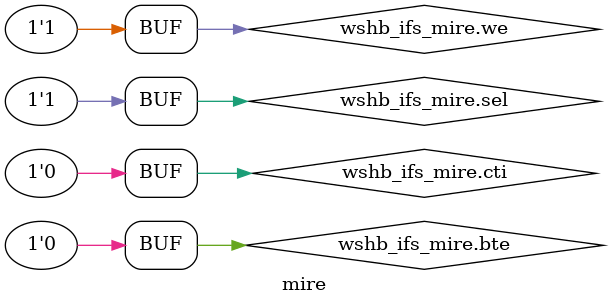
<source format=sv>

/**
* Module for generating a pattern comunicating via an wishbone interface with module wshb_intercon
**/


module mire #(parameter HDISP = 800, VDISP = 480) (wshb_if.master wshb_ifs_mire );





assign wshb_ifs_mire.we = '1;
assign wshb_ifs_mire.sel = 4'b0111;  //because RGB takes 3 bytes (LSB)
assign wshb_ifs_mire.cti = '0; // classic bus
assign wshb_ifs_mire.bte = '0;




// Modified counters from module vga for making a grid
logic [$clog2(HDISP)-1:0] pixel_count;
logic [$clog2(VDISP)-1:0] lines_count;

// Modified counters logic from module vga
always_ff @( posedge wshb_ifs_mire.clk or posedge wshb_ifs_mire.rst )
begin
    if (wshb_ifs_mire.rst)
    begin
        pixel_count <= 0;
        lines_count <= 0;
    end
    else if (wshb_ifs_mire.ack)
    begin
        pixel_count <= pixel_count + 1;
        if (pixel_count == HDISP -1)
        begin
            pixel_count <= 0;
            lines_count <= lines_count + 1;
            if (lines_count == VDISP -1)
                lines_count <= 0;
        end

    end
end



// Making a grid
assign wshb_ifs_mire.dat_ms = ( !(pixel_count % 16 ) | !( lines_count % 16 ) ) ? 32'h00FFFFFF : 32'h00000000 ;




// Write in SDRAM
// Adaptation from module vga

always_ff @( posedge wshb_ifs_mire.clk or posedge wshb_ifs_mire.rst )
begin
    
    if (wshb_ifs_mire.rst) wshb_ifs_mire.adr <= 0;
    else if (wshb_ifs_mire.ack)
            if (wshb_ifs_mire.adr == 4*(HDISP*VDISP -1)) wshb_ifs_mire.adr <=0;
            else wshb_ifs_mire.adr <= wshb_ifs_mire.adr + 4;
    
end



// "fair play" for letting vga communicate with module wshb_intercon, 1 empty cycle in cyc and stb every 64 cycles
// Implementing fair play

logic [5:0]fair_counter;

always_ff @( posedge wshb_ifs_mire.clk or posedge wshb_ifs_mire.rst )
begin
    if (wshb_ifs_mire.rst) fair_counter <= 0;
    else
    begin
        if (fair_counter == 63) fair_counter <= 0;
        else if (wshb_ifs_mire.ack) fair_counter <= fair_counter + 1;
    end
end


assign wshb_ifs_mire.cyc = !(fair_counter == 63);
assign wshb_ifs_mire.stb = !(fair_counter == 63);




endmodule
</source>
